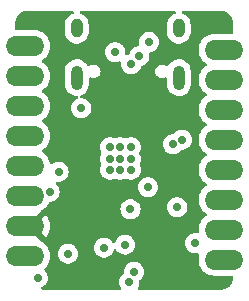
<source format=gbr>
%TF.GenerationSoftware,KiCad,Pcbnew,7.0.9*%
%TF.CreationDate,2024-03-17T18:44:57-07:00*%
%TF.ProjectId,ESP32S3_Board,45535033-3253-4335-9f42-6f6172642e6b,rev?*%
%TF.SameCoordinates,Original*%
%TF.FileFunction,Copper,L3,Inr*%
%TF.FilePolarity,Positive*%
%FSLAX46Y46*%
G04 Gerber Fmt 4.6, Leading zero omitted, Abs format (unit mm)*
G04 Created by KiCad (PCBNEW 7.0.9) date 2024-03-17 18:44:57*
%MOMM*%
%LPD*%
G01*
G04 APERTURE LIST*
%TA.AperFunction,ComponentPad*%
%ADD10O,1.000000X2.100000*%
%TD*%
%TA.AperFunction,ComponentPad*%
%ADD11O,1.000000X1.600000*%
%TD*%
%TA.AperFunction,ComponentPad*%
%ADD12O,2.400000X1.700000*%
%TD*%
%TA.AperFunction,ViaPad*%
%ADD13C,0.700000*%
%TD*%
G04 APERTURE END LIST*
D10*
%TO.N,GND*%
%TO.C,J1*%
X150370000Y-82378000D03*
D11*
X150370000Y-78198000D03*
D10*
X141730000Y-82378000D03*
D11*
X141730000Y-78198000D03*
%TD*%
D12*
%TO.N,/IO7*%
%TO.C,J2*%
X136930000Y-79710000D03*
X137780000Y-79710000D03*
%TO.N,/IO6*%
X136930000Y-82250000D03*
X137780000Y-82250000D03*
%TO.N,/IO5*%
X136930000Y-84790000D03*
X137780000Y-84790000D03*
%TO.N,/IO4*%
X136930000Y-87330000D03*
X137780000Y-87330000D03*
%TO.N,/IO3*%
X136930000Y-89870000D03*
X137780000Y-89870000D03*
%TO.N,/IO2*%
X136930000Y-92410000D03*
X137780000Y-92410000D03*
%TO.N,+3.3V*%
X136930000Y-94950000D03*
X137780000Y-94950000D03*
%TO.N,GND*%
X136930000Y-97490000D03*
X137780000Y-97490000D03*
%TD*%
%TO.N,/IO17*%
%TO.C,J3*%
X153740000Y-80010000D03*
X154590000Y-80010000D03*
%TO.N,/IO33*%
X153740000Y-82550000D03*
X154590000Y-82550000D03*
%TO.N,/IO34*%
X153740000Y-85090000D03*
X154590000Y-85090000D03*
%TO.N,/IO35*%
X153740000Y-87630000D03*
X154590000Y-87630000D03*
%TO.N,/IO36*%
X153740000Y-90170000D03*
X154590000Y-90170000D03*
%TO.N,/IO37*%
X153740000Y-92710000D03*
X154590000Y-92710000D03*
%TO.N,/IO38*%
X153740000Y-95250000D03*
X154590000Y-95250000D03*
%TO.N,/IO45*%
X153740000Y-97790000D03*
X154590000Y-97790000D03*
%TD*%
D13*
%TO.N,Net-(J1-CC1)*%
X147828756Y-79365519D03*
%TO.N,/RESET*%
X139428929Y-92044028D03*
%TO.N,/BOOT*%
X147740965Y-91656048D03*
%TO.N,+3.3V*%
X150876000Y-95504000D03*
X145542000Y-97663000D03*
X142876042Y-87504042D03*
X151384000Y-93599000D03*
%TO.N,/USB_D-*%
X146349124Y-81234876D03*
%TO.N,/USB_D+*%
X147020876Y-80563124D03*
%TO.N,GND*%
X146304000Y-89281000D03*
X146268666Y-93531762D03*
X149860000Y-88011000D03*
X144526000Y-88265000D03*
X146304000Y-90170000D03*
X150241000Y-93345000D03*
X144526000Y-89281000D03*
X151765000Y-96393000D03*
X146558000Y-98806000D03*
X146304000Y-88265000D03*
X145415000Y-90170000D03*
X140187680Y-90332578D03*
X138430000Y-99314000D03*
X146177000Y-99695000D03*
X142113000Y-84963000D03*
X145415000Y-89281000D03*
X145415000Y-88265000D03*
X144526000Y-90170000D03*
X144018000Y-96774000D03*
%TO.N,/IO21*%
X150657500Y-87630000D03*
%TO.N,Net-(J1-CC2)*%
X144991089Y-80221089D03*
%TO.N,Net-(C10-Pad2)*%
X145796000Y-96520000D03*
%TO.N,Net-(AE1-ANT)*%
X140970000Y-97282000D03*
%TD*%
%TA.AperFunction,Conductor*%
%TO.N,+3.3V*%
G36*
X141436190Y-76728185D02*
G01*
X141481945Y-76780989D01*
X141491889Y-76850147D01*
X141462864Y-76913703D01*
X141412217Y-76948781D01*
X141287118Y-76995111D01*
X141287111Y-76995115D01*
X141114432Y-77102745D01*
X141114427Y-77102749D01*
X140966949Y-77242938D01*
X140966948Y-77242940D01*
X140850705Y-77409949D01*
X140770459Y-77596943D01*
X140729500Y-77796258D01*
X140729500Y-78548743D01*
X140744925Y-78700439D01*
X140805837Y-78894579D01*
X140805844Y-78894594D01*
X140904589Y-79072499D01*
X140904592Y-79072504D01*
X141037132Y-79226893D01*
X141037134Y-79226895D01*
X141198037Y-79351445D01*
X141198038Y-79351445D01*
X141198042Y-79351448D01*
X141380729Y-79441060D01*
X141577715Y-79492063D01*
X141780936Y-79502369D01*
X141982071Y-79471556D01*
X142172887Y-79400886D01*
X142345571Y-79293252D01*
X142493053Y-79153059D01*
X142609295Y-78986049D01*
X142689540Y-78799058D01*
X142730500Y-78599741D01*
X142730500Y-77847258D01*
X142716615Y-77710710D01*
X142715074Y-77695560D01*
X142654162Y-77501420D01*
X142654160Y-77501416D01*
X142654159Y-77501412D01*
X142555409Y-77323498D01*
X142555408Y-77323497D01*
X142555407Y-77323495D01*
X142422867Y-77169106D01*
X142422865Y-77169104D01*
X142261962Y-77044554D01*
X142261959Y-77044553D01*
X142261958Y-77044552D01*
X142079271Y-76954940D01*
X142079268Y-76954939D01*
X142070006Y-76952541D01*
X142010041Y-76916681D01*
X141978983Y-76854094D01*
X141986692Y-76784651D01*
X142030721Y-76730400D01*
X142097091Y-76708564D01*
X142101088Y-76708500D01*
X150009151Y-76708500D01*
X150076190Y-76728185D01*
X150121945Y-76780989D01*
X150131889Y-76850147D01*
X150102864Y-76913703D01*
X150052217Y-76948781D01*
X149927118Y-76995111D01*
X149927111Y-76995115D01*
X149754432Y-77102745D01*
X149754427Y-77102749D01*
X149606949Y-77242938D01*
X149606948Y-77242940D01*
X149490705Y-77409949D01*
X149410459Y-77596943D01*
X149369500Y-77796258D01*
X149369500Y-78548743D01*
X149384925Y-78700439D01*
X149445837Y-78894579D01*
X149445844Y-78894594D01*
X149544589Y-79072499D01*
X149544592Y-79072504D01*
X149677132Y-79226893D01*
X149677134Y-79226895D01*
X149838037Y-79351445D01*
X149838038Y-79351445D01*
X149838042Y-79351448D01*
X150020729Y-79441060D01*
X150217715Y-79492063D01*
X150420936Y-79502369D01*
X150622071Y-79471556D01*
X150812887Y-79400886D01*
X150985571Y-79293252D01*
X151133053Y-79153059D01*
X151249295Y-78986049D01*
X151329540Y-78799058D01*
X151370500Y-78599741D01*
X151370500Y-77847258D01*
X151356615Y-77710710D01*
X151355074Y-77695560D01*
X151294162Y-77501420D01*
X151294160Y-77501416D01*
X151294159Y-77501412D01*
X151195409Y-77323498D01*
X151195408Y-77323497D01*
X151195407Y-77323495D01*
X151062867Y-77169106D01*
X151062865Y-77169104D01*
X150901962Y-77044554D01*
X150901959Y-77044553D01*
X150901958Y-77044552D01*
X150719271Y-76954940D01*
X150719268Y-76954939D01*
X150710006Y-76952541D01*
X150650041Y-76916681D01*
X150618983Y-76854094D01*
X150626692Y-76784651D01*
X150670721Y-76730400D01*
X150737091Y-76708564D01*
X150741088Y-76708500D01*
X153937293Y-76708500D01*
X153942695Y-76708735D01*
X153985519Y-76712482D01*
X154111771Y-76724918D01*
X154131685Y-76728541D01*
X154198349Y-76746403D01*
X154291570Y-76774682D01*
X154307971Y-76780958D01*
X154308848Y-76781367D01*
X154375411Y-76812406D01*
X154378375Y-76813888D01*
X154415969Y-76833982D01*
X154462327Y-76858762D01*
X154468667Y-76862657D01*
X154534828Y-76908983D01*
X154538600Y-76911844D01*
X154610808Y-76971103D01*
X154615309Y-76975182D01*
X154672815Y-77032688D01*
X154676895Y-77037190D01*
X154736154Y-77109398D01*
X154739015Y-77113170D01*
X154785341Y-77179331D01*
X154789236Y-77185671D01*
X154834101Y-77269605D01*
X154835614Y-77272631D01*
X154867040Y-77340027D01*
X154873319Y-77356435D01*
X154901601Y-77449669D01*
X154919454Y-77516299D01*
X154923082Y-77536238D01*
X154935523Y-77662554D01*
X154939264Y-77705302D01*
X154939500Y-77710710D01*
X154939500Y-78535500D01*
X154919815Y-78602539D01*
X154867011Y-78648294D01*
X154815500Y-78659500D01*
X154181028Y-78659500D01*
X154175784Y-78659958D01*
X154154216Y-78659958D01*
X154148972Y-78659500D01*
X154148966Y-78659500D01*
X153331034Y-78659500D01*
X153154596Y-78674936D01*
X153154586Y-78674938D01*
X152926344Y-78736094D01*
X152926335Y-78736098D01*
X152712171Y-78835964D01*
X152712169Y-78835965D01*
X152518597Y-78971505D01*
X152351506Y-79138597D01*
X152351501Y-79138604D01*
X152215967Y-79332165D01*
X152215965Y-79332169D01*
X152116098Y-79546335D01*
X152116094Y-79546344D01*
X152054938Y-79774586D01*
X152054936Y-79774596D01*
X152034341Y-80009999D01*
X152034341Y-80010000D01*
X152054936Y-80245403D01*
X152054938Y-80245413D01*
X152116094Y-80473655D01*
X152116096Y-80473659D01*
X152116097Y-80473663D01*
X152160518Y-80568924D01*
X152215964Y-80687828D01*
X152215965Y-80687830D01*
X152351505Y-80881402D01*
X152518597Y-81048494D01*
X152704158Y-81178425D01*
X152747783Y-81233002D01*
X152754977Y-81302500D01*
X152723454Y-81364855D01*
X152704158Y-81381575D01*
X152518597Y-81511505D01*
X152351506Y-81678597D01*
X152351501Y-81678604D01*
X152215967Y-81872165D01*
X152215965Y-81872169D01*
X152116098Y-82086335D01*
X152116094Y-82086344D01*
X152054938Y-82314586D01*
X152054936Y-82314596D01*
X152034341Y-82549999D01*
X152034341Y-82550000D01*
X152054936Y-82785403D01*
X152054938Y-82785413D01*
X152116094Y-83013655D01*
X152116096Y-83013659D01*
X152116097Y-83013663D01*
X152166031Y-83120746D01*
X152215964Y-83227828D01*
X152215965Y-83227830D01*
X152351505Y-83421402D01*
X152518597Y-83588494D01*
X152704158Y-83718425D01*
X152747783Y-83773002D01*
X152754977Y-83842500D01*
X152723454Y-83904855D01*
X152704158Y-83921575D01*
X152518597Y-84051505D01*
X152351506Y-84218597D01*
X152351501Y-84218604D01*
X152215967Y-84412165D01*
X152215965Y-84412169D01*
X152116098Y-84626335D01*
X152116094Y-84626344D01*
X152054938Y-84854586D01*
X152054936Y-84854596D01*
X152034341Y-85089999D01*
X152034341Y-85090000D01*
X152054936Y-85325403D01*
X152054938Y-85325413D01*
X152116094Y-85553655D01*
X152116096Y-85553659D01*
X152116097Y-85553663D01*
X152137015Y-85598521D01*
X152215964Y-85767828D01*
X152215965Y-85767830D01*
X152351505Y-85961402D01*
X152518597Y-86128494D01*
X152704158Y-86258425D01*
X152747783Y-86313002D01*
X152754977Y-86382500D01*
X152723454Y-86444855D01*
X152704158Y-86461575D01*
X152518597Y-86591505D01*
X152351506Y-86758597D01*
X152351501Y-86758604D01*
X152215967Y-86952165D01*
X152215965Y-86952169D01*
X152116098Y-87166335D01*
X152116094Y-87166344D01*
X152054938Y-87394586D01*
X152054936Y-87394596D01*
X152034341Y-87629999D01*
X152034341Y-87630000D01*
X152054936Y-87865403D01*
X152054938Y-87865413D01*
X152116094Y-88093655D01*
X152116096Y-88093659D01*
X152116097Y-88093663D01*
X152134283Y-88132663D01*
X152215964Y-88307828D01*
X152215965Y-88307830D01*
X152351505Y-88501402D01*
X152518597Y-88668494D01*
X152704158Y-88798425D01*
X152747783Y-88853002D01*
X152754977Y-88922500D01*
X152723454Y-88984855D01*
X152704158Y-89001575D01*
X152518597Y-89131505D01*
X152351506Y-89298597D01*
X152351501Y-89298604D01*
X152215967Y-89492165D01*
X152215965Y-89492169D01*
X152116098Y-89706335D01*
X152116094Y-89706344D01*
X152054938Y-89934586D01*
X152054936Y-89934596D01*
X152034341Y-90169999D01*
X152034341Y-90170000D01*
X152054936Y-90405403D01*
X152054938Y-90405413D01*
X152116094Y-90633655D01*
X152116096Y-90633659D01*
X152116097Y-90633663D01*
X152145241Y-90696161D01*
X152215964Y-90847828D01*
X152215965Y-90847830D01*
X152351505Y-91041402D01*
X152518597Y-91208494D01*
X152704158Y-91338425D01*
X152747783Y-91393002D01*
X152754977Y-91462500D01*
X152723454Y-91524855D01*
X152704158Y-91541575D01*
X152518597Y-91671505D01*
X152351506Y-91838597D01*
X152351501Y-91838604D01*
X152215967Y-92032165D01*
X152215965Y-92032169D01*
X152116098Y-92246335D01*
X152116094Y-92246344D01*
X152054938Y-92474586D01*
X152054936Y-92474596D01*
X152034341Y-92709999D01*
X152034341Y-92710000D01*
X152054936Y-92945403D01*
X152054938Y-92945413D01*
X152116094Y-93173655D01*
X152116096Y-93173659D01*
X152116097Y-93173663D01*
X152120886Y-93183932D01*
X152215964Y-93387828D01*
X152215965Y-93387830D01*
X152351505Y-93581402D01*
X152518597Y-93748494D01*
X152704158Y-93878425D01*
X152747783Y-93933002D01*
X152754977Y-94002500D01*
X152723454Y-94064855D01*
X152704158Y-94081575D01*
X152518597Y-94211505D01*
X152351506Y-94378597D01*
X152351501Y-94378604D01*
X152215967Y-94572165D01*
X152215965Y-94572169D01*
X152116098Y-94786335D01*
X152116094Y-94786344D01*
X152054938Y-95014586D01*
X152054936Y-95014596D01*
X152034341Y-95249999D01*
X152034341Y-95250001D01*
X152049221Y-95420079D01*
X152035454Y-95488579D01*
X151986839Y-95538762D01*
X151918811Y-95554695D01*
X151899914Y-95552176D01*
X151854391Y-95542500D01*
X151675609Y-95542500D01*
X151644954Y-95549015D01*
X151500733Y-95579670D01*
X151500728Y-95579672D01*
X151337408Y-95652387D01*
X151192768Y-95757475D01*
X151073140Y-95890336D01*
X150983750Y-96045164D01*
X150983747Y-96045170D01*
X150928504Y-96215192D01*
X150928503Y-96215194D01*
X150909815Y-96393000D01*
X150928503Y-96570805D01*
X150928504Y-96570807D01*
X150983747Y-96740829D01*
X150983750Y-96740835D01*
X151073141Y-96895665D01*
X151093791Y-96918599D01*
X151192764Y-97028521D01*
X151192767Y-97028523D01*
X151192770Y-97028526D01*
X151337407Y-97133612D01*
X151500733Y-97206329D01*
X151675609Y-97243500D01*
X151675610Y-97243500D01*
X151854389Y-97243500D01*
X151854391Y-97243500D01*
X151957511Y-97221581D01*
X152027178Y-97226897D01*
X152082912Y-97269034D01*
X152107017Y-97334614D01*
X152103067Y-97374964D01*
X152054938Y-97554586D01*
X152054936Y-97554596D01*
X152034341Y-97789999D01*
X152034341Y-97790000D01*
X152054936Y-98025403D01*
X152054938Y-98025413D01*
X152116094Y-98253655D01*
X152116096Y-98253659D01*
X152116097Y-98253663D01*
X152139260Y-98303335D01*
X152215964Y-98467828D01*
X152215965Y-98467830D01*
X152351505Y-98661402D01*
X152518597Y-98828494D01*
X152712169Y-98964034D01*
X152712171Y-98964035D01*
X152926337Y-99063903D01*
X153154592Y-99125063D01*
X153331034Y-99140500D01*
X154148960Y-99140500D01*
X154148966Y-99140500D01*
X154154189Y-99140043D01*
X154175811Y-99140043D01*
X154181034Y-99140500D01*
X154815500Y-99140500D01*
X154882539Y-99160185D01*
X154928294Y-99212989D01*
X154939500Y-99264500D01*
X154939500Y-99327289D01*
X154939264Y-99332697D01*
X154935523Y-99375445D01*
X154923082Y-99501760D01*
X154919454Y-99521699D01*
X154901601Y-99588330D01*
X154873318Y-99681563D01*
X154867040Y-99697971D01*
X154835614Y-99765367D01*
X154834101Y-99768393D01*
X154789236Y-99852327D01*
X154785341Y-99858667D01*
X154739015Y-99924828D01*
X154736154Y-99928600D01*
X154676895Y-100000808D01*
X154672806Y-100005320D01*
X154615320Y-100062806D01*
X154610808Y-100066895D01*
X154538600Y-100126154D01*
X154534828Y-100129015D01*
X154468667Y-100175341D01*
X154462327Y-100179236D01*
X154378393Y-100224101D01*
X154375367Y-100225614D01*
X154307971Y-100257040D01*
X154291563Y-100263318D01*
X154198330Y-100291601D01*
X154131699Y-100309454D01*
X154111760Y-100313082D01*
X153985445Y-100325523D01*
X153944789Y-100329080D01*
X153942696Y-100329264D01*
X153937290Y-100329500D01*
X147007518Y-100329500D01*
X146940479Y-100309815D01*
X146894724Y-100257011D01*
X146884780Y-100187853D01*
X146900131Y-100143500D01*
X146958250Y-100042835D01*
X147013497Y-99872803D01*
X147032185Y-99695000D01*
X147021872Y-99596885D01*
X147034441Y-99528158D01*
X147072307Y-99483608D01*
X147130230Y-99441526D01*
X147249859Y-99308665D01*
X147339250Y-99153835D01*
X147394497Y-98983803D01*
X147413185Y-98806000D01*
X147394497Y-98628197D01*
X147358013Y-98515910D01*
X147339252Y-98458170D01*
X147339249Y-98458164D01*
X147283380Y-98361396D01*
X147249859Y-98303335D01*
X147203003Y-98251296D01*
X147130235Y-98170478D01*
X147130232Y-98170476D01*
X147130231Y-98170475D01*
X147130230Y-98170474D01*
X146985593Y-98065388D01*
X146822267Y-97992671D01*
X146822265Y-97992670D01*
X146694594Y-97965533D01*
X146647391Y-97955500D01*
X146468609Y-97955500D01*
X146437954Y-97962015D01*
X146293733Y-97992670D01*
X146293728Y-97992672D01*
X146130408Y-98065387D01*
X145985768Y-98170475D01*
X145866140Y-98303336D01*
X145776750Y-98458164D01*
X145776747Y-98458170D01*
X145721504Y-98628192D01*
X145721503Y-98628194D01*
X145702815Y-98806000D01*
X145713126Y-98904112D01*
X145700556Y-98972842D01*
X145662693Y-99017388D01*
X145604771Y-99059472D01*
X145604764Y-99059478D01*
X145485140Y-99192336D01*
X145395750Y-99347164D01*
X145395747Y-99347170D01*
X145340504Y-99517192D01*
X145340503Y-99517194D01*
X145321815Y-99695000D01*
X145340503Y-99872805D01*
X145340504Y-99872807D01*
X145395747Y-100042829D01*
X145395750Y-100042835D01*
X145450387Y-100137470D01*
X145453869Y-100143500D01*
X145470342Y-100211400D01*
X145447489Y-100277427D01*
X145392568Y-100320618D01*
X145346482Y-100329500D01*
X138823557Y-100329500D01*
X138756518Y-100309815D01*
X138710763Y-100257011D01*
X138700819Y-100187853D01*
X138729844Y-100124297D01*
X138773119Y-100092221D01*
X138857593Y-100054612D01*
X139002230Y-99949526D01*
X139121859Y-99816665D01*
X139211250Y-99661835D01*
X139266497Y-99491803D01*
X139285185Y-99314000D01*
X139266497Y-99136197D01*
X139238873Y-99051181D01*
X139211252Y-98966170D01*
X139211249Y-98966164D01*
X139121859Y-98811335D01*
X139058881Y-98741391D01*
X139009515Y-98686564D01*
X138979285Y-98623572D01*
X138987910Y-98554237D01*
X139013979Y-98515916D01*
X139168495Y-98361401D01*
X139304035Y-98167830D01*
X139403903Y-97953663D01*
X139465063Y-97725408D01*
X139485659Y-97490000D01*
X139467461Y-97282000D01*
X140114815Y-97282000D01*
X140133503Y-97459805D01*
X140133504Y-97459807D01*
X140188747Y-97629829D01*
X140188750Y-97629835D01*
X140278141Y-97784665D01*
X140282944Y-97789999D01*
X140397764Y-97917521D01*
X140397767Y-97917523D01*
X140397770Y-97917526D01*
X140542407Y-98022612D01*
X140705733Y-98095329D01*
X140880609Y-98132500D01*
X140880610Y-98132500D01*
X141059389Y-98132500D01*
X141059391Y-98132500D01*
X141234267Y-98095329D01*
X141397593Y-98022612D01*
X141542230Y-97917526D01*
X141661859Y-97784665D01*
X141751250Y-97629835D01*
X141806497Y-97459803D01*
X141825185Y-97282000D01*
X141806497Y-97104197D01*
X141759522Y-96959623D01*
X141751252Y-96934170D01*
X141751249Y-96934164D01*
X141661859Y-96779335D01*
X141657055Y-96774000D01*
X143162815Y-96774000D01*
X143181503Y-96951805D01*
X143181504Y-96951807D01*
X143236747Y-97121829D01*
X143236750Y-97121835D01*
X143326141Y-97276665D01*
X143330945Y-97282000D01*
X143445764Y-97409521D01*
X143445767Y-97409523D01*
X143445770Y-97409526D01*
X143590407Y-97514612D01*
X143753733Y-97587329D01*
X143928609Y-97624500D01*
X143928610Y-97624500D01*
X144107389Y-97624500D01*
X144107391Y-97624500D01*
X144282267Y-97587329D01*
X144445593Y-97514612D01*
X144590230Y-97409526D01*
X144709859Y-97276665D01*
X144799250Y-97121835D01*
X144843600Y-96985337D01*
X144883037Y-96927664D01*
X144947396Y-96900465D01*
X145016242Y-96912379D01*
X145067718Y-96959623D01*
X145068918Y-96961657D01*
X145104141Y-97022665D01*
X145145812Y-97068946D01*
X145223764Y-97155521D01*
X145223767Y-97155523D01*
X145223770Y-97155526D01*
X145368407Y-97260612D01*
X145531733Y-97333329D01*
X145706609Y-97370500D01*
X145706610Y-97370500D01*
X145885389Y-97370500D01*
X145885391Y-97370500D01*
X146060267Y-97333329D01*
X146223593Y-97260612D01*
X146368230Y-97155526D01*
X146487859Y-97022665D01*
X146577250Y-96867835D01*
X146632497Y-96697803D01*
X146651185Y-96520000D01*
X146632497Y-96342197D01*
X146599067Y-96239309D01*
X146577252Y-96172170D01*
X146577249Y-96172164D01*
X146559200Y-96140902D01*
X146487859Y-96017335D01*
X146436838Y-95960671D01*
X146368235Y-95884478D01*
X146368232Y-95884476D01*
X146368231Y-95884475D01*
X146368230Y-95884474D01*
X146223593Y-95779388D01*
X146060267Y-95706671D01*
X146060265Y-95706670D01*
X145932594Y-95679533D01*
X145885391Y-95669500D01*
X145706609Y-95669500D01*
X145675954Y-95676015D01*
X145531733Y-95706670D01*
X145531728Y-95706672D01*
X145368408Y-95779387D01*
X145223768Y-95884475D01*
X145104140Y-96017336D01*
X145014750Y-96172164D01*
X145014748Y-96172168D01*
X144970399Y-96308661D01*
X144930961Y-96366336D01*
X144866602Y-96393534D01*
X144797756Y-96381619D01*
X144746280Y-96334375D01*
X144745116Y-96332402D01*
X144709859Y-96271335D01*
X144681023Y-96239309D01*
X144590235Y-96138478D01*
X144590232Y-96138476D01*
X144590231Y-96138475D01*
X144590230Y-96138474D01*
X144445593Y-96033388D01*
X144282267Y-95960671D01*
X144282265Y-95960670D01*
X144127762Y-95927830D01*
X144107391Y-95923500D01*
X143928609Y-95923500D01*
X143908238Y-95927830D01*
X143753733Y-95960670D01*
X143753728Y-95960672D01*
X143590408Y-96033387D01*
X143445768Y-96138475D01*
X143326140Y-96271336D01*
X143236750Y-96426164D01*
X143236747Y-96426170D01*
X143181504Y-96596192D01*
X143181503Y-96596194D01*
X143162815Y-96774000D01*
X141657055Y-96774000D01*
X141588449Y-96697805D01*
X141542235Y-96646478D01*
X141542232Y-96646476D01*
X141542231Y-96646475D01*
X141542230Y-96646474D01*
X141397593Y-96541388D01*
X141234267Y-96468671D01*
X141234265Y-96468670D01*
X141106594Y-96441533D01*
X141059391Y-96431500D01*
X140880609Y-96431500D01*
X140849954Y-96438015D01*
X140705733Y-96468670D01*
X140705728Y-96468672D01*
X140542408Y-96541387D01*
X140397768Y-96646475D01*
X140278140Y-96779336D01*
X140188750Y-96934164D01*
X140188747Y-96934170D01*
X140133504Y-97104192D01*
X140133503Y-97104194D01*
X140114815Y-97282000D01*
X139467461Y-97282000D01*
X139465063Y-97254592D01*
X139403903Y-97026337D01*
X139304035Y-96812171D01*
X139304034Y-96812169D01*
X139168494Y-96618597D01*
X139001402Y-96451505D01*
X138807831Y-96315966D01*
X138742459Y-96285482D01*
X138690020Y-96239309D01*
X138679761Y-96203315D01*
X137815688Y-95339242D01*
X137856900Y-95374952D01*
X137987685Y-95434680D01*
X138094237Y-95450000D01*
X138165763Y-95450000D01*
X138272315Y-95434680D01*
X138403100Y-95374952D01*
X138486359Y-95302807D01*
X139086369Y-95902817D01*
X139168110Y-95821076D01*
X139303600Y-95627578D01*
X139403429Y-95413492D01*
X139403433Y-95413483D01*
X139464567Y-95185326D01*
X139464569Y-95185315D01*
X139485157Y-94950001D01*
X139485157Y-94949998D01*
X139464569Y-94714684D01*
X139464567Y-94714673D01*
X139403433Y-94486516D01*
X139403429Y-94486507D01*
X139303600Y-94272422D01*
X139303599Y-94272420D01*
X139168113Y-94078926D01*
X139168108Y-94078920D01*
X139086370Y-93997182D01*
X139086369Y-93997182D01*
X138486359Y-94597191D01*
X138403100Y-94525048D01*
X138272315Y-94465320D01*
X138165763Y-94450000D01*
X138094237Y-94450000D01*
X137987685Y-94465320D01*
X137856900Y-94525048D01*
X137815695Y-94560751D01*
X138678363Y-93698081D01*
X138680492Y-93678994D01*
X138724547Y-93624764D01*
X138742443Y-93614524D01*
X138807829Y-93584035D01*
X138882483Y-93531762D01*
X145413481Y-93531762D01*
X145432169Y-93709567D01*
X145432170Y-93709569D01*
X145487413Y-93879591D01*
X145487416Y-93879597D01*
X145576807Y-94034427D01*
X145604205Y-94064855D01*
X145696430Y-94167283D01*
X145696433Y-94167285D01*
X145696436Y-94167288D01*
X145841073Y-94272374D01*
X146004399Y-94345091D01*
X146179275Y-94382262D01*
X146179276Y-94382262D01*
X146358055Y-94382262D01*
X146358057Y-94382262D01*
X146532933Y-94345091D01*
X146696259Y-94272374D01*
X146840896Y-94167288D01*
X146960525Y-94034427D01*
X147049916Y-93879597D01*
X147105163Y-93709565D01*
X147123851Y-93531762D01*
X147105163Y-93353959D01*
X147102252Y-93345000D01*
X149385815Y-93345000D01*
X149404503Y-93522805D01*
X149404504Y-93522807D01*
X149459747Y-93692829D01*
X149459750Y-93692835D01*
X149549141Y-93847665D01*
X149577893Y-93879597D01*
X149668764Y-93980521D01*
X149668767Y-93980523D01*
X149668770Y-93980526D01*
X149813407Y-94085612D01*
X149976733Y-94158329D01*
X150151609Y-94195500D01*
X150151610Y-94195500D01*
X150330389Y-94195500D01*
X150330391Y-94195500D01*
X150505267Y-94158329D01*
X150668593Y-94085612D01*
X150813230Y-93980526D01*
X150932859Y-93847665D01*
X151022250Y-93692835D01*
X151077497Y-93522803D01*
X151096185Y-93345000D01*
X151077497Y-93167197D01*
X151032626Y-93029098D01*
X151022252Y-92997170D01*
X151022249Y-92997164D01*
X150932859Y-92842335D01*
X150880908Y-92784638D01*
X150813235Y-92709478D01*
X150813232Y-92709476D01*
X150813231Y-92709475D01*
X150813230Y-92709474D01*
X150668593Y-92604388D01*
X150505267Y-92531671D01*
X150505265Y-92531670D01*
X150377594Y-92504533D01*
X150330391Y-92494500D01*
X150151609Y-92494500D01*
X150120954Y-92501015D01*
X149976733Y-92531670D01*
X149976728Y-92531672D01*
X149813408Y-92604387D01*
X149668768Y-92709475D01*
X149549140Y-92842336D01*
X149459750Y-92997164D01*
X149459747Y-92997170D01*
X149404504Y-93167192D01*
X149404503Y-93167194D01*
X149385815Y-93345000D01*
X147102252Y-93345000D01*
X147049916Y-93183927D01*
X146960525Y-93029097D01*
X146903823Y-92966123D01*
X146840901Y-92896240D01*
X146840898Y-92896238D01*
X146840897Y-92896237D01*
X146840896Y-92896236D01*
X146696259Y-92791150D01*
X146532933Y-92718433D01*
X146532931Y-92718432D01*
X146405260Y-92691295D01*
X146358057Y-92681262D01*
X146179275Y-92681262D01*
X146148620Y-92687777D01*
X146004399Y-92718432D01*
X146004394Y-92718434D01*
X145841074Y-92791149D01*
X145696434Y-92896237D01*
X145576806Y-93029098D01*
X145487416Y-93183926D01*
X145487413Y-93183932D01*
X145432170Y-93353954D01*
X145432169Y-93353956D01*
X145413481Y-93531762D01*
X138882483Y-93531762D01*
X139001401Y-93448495D01*
X139168495Y-93281401D01*
X139304035Y-93087830D01*
X139360788Y-92966123D01*
X139406960Y-92913684D01*
X139473170Y-92894528D01*
X139518318Y-92894528D01*
X139518320Y-92894528D01*
X139693196Y-92857357D01*
X139856522Y-92784640D01*
X140001159Y-92679554D01*
X140120788Y-92546693D01*
X140210179Y-92391863D01*
X140265426Y-92221831D01*
X140284114Y-92044028D01*
X140265426Y-91866225D01*
X140210179Y-91696193D01*
X140187001Y-91656048D01*
X146885780Y-91656048D01*
X146904468Y-91833853D01*
X146904469Y-91833855D01*
X146959712Y-92003877D01*
X146959715Y-92003883D01*
X147049106Y-92158713D01*
X147063404Y-92174592D01*
X147168729Y-92291569D01*
X147168732Y-92291571D01*
X147168735Y-92291574D01*
X147313372Y-92396660D01*
X147476698Y-92469377D01*
X147651574Y-92506548D01*
X147651575Y-92506548D01*
X147830354Y-92506548D01*
X147830356Y-92506548D01*
X148005232Y-92469377D01*
X148168558Y-92396660D01*
X148313195Y-92291574D01*
X148432824Y-92158713D01*
X148522215Y-92003883D01*
X148577462Y-91833851D01*
X148596150Y-91656048D01*
X148577462Y-91478245D01*
X148535220Y-91348237D01*
X148522217Y-91308218D01*
X148522214Y-91308212D01*
X148518241Y-91301330D01*
X148432824Y-91153383D01*
X148344371Y-91055146D01*
X148313200Y-91020526D01*
X148313197Y-91020524D01*
X148313196Y-91020523D01*
X148313195Y-91020522D01*
X148168558Y-90915436D01*
X148005232Y-90842719D01*
X148005230Y-90842718D01*
X147877559Y-90815581D01*
X147830356Y-90805548D01*
X147651574Y-90805548D01*
X147620919Y-90812063D01*
X147476698Y-90842718D01*
X147476693Y-90842720D01*
X147313373Y-90915435D01*
X147168733Y-91020523D01*
X147049105Y-91153384D01*
X146959715Y-91308212D01*
X146959712Y-91308218D01*
X146904469Y-91478240D01*
X146904468Y-91478242D01*
X146885780Y-91656048D01*
X140187001Y-91656048D01*
X140120788Y-91541363D01*
X140063956Y-91478245D01*
X140001164Y-91408506D01*
X140001159Y-91408502D01*
X139994368Y-91403568D01*
X139951703Y-91348237D01*
X139945725Y-91278624D01*
X139978332Y-91216829D01*
X140039172Y-91182473D01*
X140093034Y-91181961D01*
X140098289Y-91183078D01*
X140098293Y-91183078D01*
X140277069Y-91183078D01*
X140277071Y-91183078D01*
X140451947Y-91145907D01*
X140615273Y-91073190D01*
X140759910Y-90968104D01*
X140879539Y-90835243D01*
X140968930Y-90680413D01*
X140971448Y-90672665D01*
X140980952Y-90643413D01*
X141024177Y-90510381D01*
X141042865Y-90332578D01*
X141025777Y-90170000D01*
X143670815Y-90170000D01*
X143689503Y-90347805D01*
X143689504Y-90347807D01*
X143744747Y-90517829D01*
X143744750Y-90517835D01*
X143834141Y-90672665D01*
X143847083Y-90687038D01*
X143953764Y-90805521D01*
X143953767Y-90805523D01*
X143953770Y-90805526D01*
X144098407Y-90910612D01*
X144261733Y-90983329D01*
X144436609Y-91020500D01*
X144436610Y-91020500D01*
X144615389Y-91020500D01*
X144615391Y-91020500D01*
X144790267Y-90983329D01*
X144920067Y-90925538D01*
X144989314Y-90916254D01*
X145020929Y-90925537D01*
X145150733Y-90983329D01*
X145325609Y-91020500D01*
X145325610Y-91020500D01*
X145504389Y-91020500D01*
X145504391Y-91020500D01*
X145679267Y-90983329D01*
X145809067Y-90925538D01*
X145878314Y-90916254D01*
X145909929Y-90925537D01*
X146039733Y-90983329D01*
X146214609Y-91020500D01*
X146214610Y-91020500D01*
X146393389Y-91020500D01*
X146393391Y-91020500D01*
X146568267Y-90983329D01*
X146731593Y-90910612D01*
X146876230Y-90805526D01*
X146995859Y-90672665D01*
X147085250Y-90517835D01*
X147140497Y-90347803D01*
X147159185Y-90170000D01*
X147140497Y-89992197D01*
X147087768Y-89829914D01*
X147085252Y-89822170D01*
X147085250Y-89822166D01*
X147085250Y-89822165D01*
X147065235Y-89787498D01*
X147048762Y-89719602D01*
X147065234Y-89663502D01*
X147085250Y-89628835D01*
X147140497Y-89458803D01*
X147159185Y-89281000D01*
X147140497Y-89103197D01*
X147085250Y-88933165D01*
X147028573Y-88834998D01*
X147012101Y-88767100D01*
X147028573Y-88711001D01*
X147085250Y-88612835D01*
X147140497Y-88442803D01*
X147159185Y-88265000D01*
X147140497Y-88087197D01*
X147115739Y-88011000D01*
X149004815Y-88011000D01*
X149023503Y-88188805D01*
X149023504Y-88188807D01*
X149078747Y-88358829D01*
X149078750Y-88358835D01*
X149168141Y-88513665D01*
X149209812Y-88559946D01*
X149287764Y-88646521D01*
X149287767Y-88646523D01*
X149287770Y-88646526D01*
X149432407Y-88751612D01*
X149595733Y-88824329D01*
X149770609Y-88861500D01*
X149770610Y-88861500D01*
X149949389Y-88861500D01*
X149949391Y-88861500D01*
X150124267Y-88824329D01*
X150287593Y-88751612D01*
X150432230Y-88646526D01*
X150462569Y-88612832D01*
X150544779Y-88521528D01*
X150604265Y-88484879D01*
X150636929Y-88480500D01*
X150746889Y-88480500D01*
X150746891Y-88480500D01*
X150921767Y-88443329D01*
X151085093Y-88370612D01*
X151229730Y-88265526D01*
X151349359Y-88132665D01*
X151438750Y-87977835D01*
X151493997Y-87807803D01*
X151512685Y-87630000D01*
X151493997Y-87452197D01*
X151438750Y-87282165D01*
X151349359Y-87127335D01*
X151302503Y-87075296D01*
X151229735Y-86994478D01*
X151229732Y-86994476D01*
X151229731Y-86994475D01*
X151229730Y-86994474D01*
X151085093Y-86889388D01*
X150921767Y-86816671D01*
X150921765Y-86816670D01*
X150794094Y-86789533D01*
X150746891Y-86779500D01*
X150568109Y-86779500D01*
X150537454Y-86786015D01*
X150393233Y-86816670D01*
X150393228Y-86816672D01*
X150229908Y-86889387D01*
X150085268Y-86994475D01*
X149972721Y-87119472D01*
X149913234Y-87156121D01*
X149880571Y-87160500D01*
X149770609Y-87160500D01*
X149743148Y-87166337D01*
X149595733Y-87197670D01*
X149595728Y-87197672D01*
X149432408Y-87270387D01*
X149287768Y-87375475D01*
X149168140Y-87508336D01*
X149078750Y-87663164D01*
X149078747Y-87663170D01*
X149023504Y-87833192D01*
X149023503Y-87833194D01*
X149004815Y-88011000D01*
X147115739Y-88011000D01*
X147085250Y-87917165D01*
X146995859Y-87762335D01*
X146949003Y-87710296D01*
X146876235Y-87629478D01*
X146876232Y-87629476D01*
X146876231Y-87629475D01*
X146876230Y-87629474D01*
X146731593Y-87524388D01*
X146568267Y-87451671D01*
X146568265Y-87451670D01*
X146440594Y-87424533D01*
X146393391Y-87414500D01*
X146214609Y-87414500D01*
X146183954Y-87421015D01*
X146039733Y-87451670D01*
X146039732Y-87451670D01*
X145909934Y-87509460D01*
X145840683Y-87518744D01*
X145809064Y-87509460D01*
X145680448Y-87452197D01*
X145679267Y-87451671D01*
X145679265Y-87451670D01*
X145551594Y-87424533D01*
X145504391Y-87414500D01*
X145325609Y-87414500D01*
X145294954Y-87421015D01*
X145150733Y-87451670D01*
X145150732Y-87451670D01*
X145020934Y-87509460D01*
X144951683Y-87518744D01*
X144920064Y-87509460D01*
X144791448Y-87452197D01*
X144790267Y-87451671D01*
X144790265Y-87451670D01*
X144662594Y-87424533D01*
X144615391Y-87414500D01*
X144436609Y-87414500D01*
X144405954Y-87421015D01*
X144261733Y-87451670D01*
X144261728Y-87451672D01*
X144098408Y-87524387D01*
X143953768Y-87629475D01*
X143834140Y-87762336D01*
X143744750Y-87917164D01*
X143744747Y-87917170D01*
X143689504Y-88087192D01*
X143689503Y-88087194D01*
X143670815Y-88265000D01*
X143689503Y-88442805D01*
X143689504Y-88442807D01*
X143744747Y-88612829D01*
X143744749Y-88612832D01*
X143744750Y-88612835D01*
X143792745Y-88695965D01*
X143801426Y-88711001D01*
X143817898Y-88778901D01*
X143801425Y-88834999D01*
X143750908Y-88922500D01*
X143744749Y-88933167D01*
X143744747Y-88933170D01*
X143689504Y-89103192D01*
X143689503Y-89103194D01*
X143670815Y-89281000D01*
X143689503Y-89458805D01*
X143689504Y-89458807D01*
X143744750Y-89628836D01*
X143764763Y-89663500D01*
X143781236Y-89731401D01*
X143764763Y-89787500D01*
X143744750Y-89822163D01*
X143689504Y-89992192D01*
X143689503Y-89992194D01*
X143670815Y-90170000D01*
X141025777Y-90170000D01*
X141024177Y-90154775D01*
X140971351Y-89992194D01*
X140968932Y-89984748D01*
X140968929Y-89984742D01*
X140879539Y-89829913D01*
X140832683Y-89777874D01*
X140759915Y-89697056D01*
X140759912Y-89697054D01*
X140759911Y-89697053D01*
X140759910Y-89697052D01*
X140615273Y-89591966D01*
X140451947Y-89519249D01*
X140451945Y-89519248D01*
X140324274Y-89492111D01*
X140277071Y-89482078D01*
X140098289Y-89482078D01*
X140067634Y-89488593D01*
X139923413Y-89519248D01*
X139923408Y-89519250D01*
X139760088Y-89591966D01*
X139760083Y-89591968D01*
X139649541Y-89672282D01*
X139583735Y-89695762D01*
X139515681Y-89679936D01*
X139466986Y-89629830D01*
X139456881Y-89604057D01*
X139453641Y-89591966D01*
X139403903Y-89406337D01*
X139304035Y-89192171D01*
X139304034Y-89192169D01*
X139168494Y-88998597D01*
X139001403Y-88831506D01*
X138917847Y-88773000D01*
X138815838Y-88701573D01*
X138772215Y-88646999D01*
X138765021Y-88577500D01*
X138796543Y-88515145D01*
X138815836Y-88498428D01*
X139001401Y-88368495D01*
X139168495Y-88201401D01*
X139304035Y-88007830D01*
X139403903Y-87793663D01*
X139465063Y-87565408D01*
X139485659Y-87330000D01*
X139465063Y-87094592D01*
X139403903Y-86866337D01*
X139304035Y-86652171D01*
X139304034Y-86652169D01*
X139168494Y-86458597D01*
X139001403Y-86291506D01*
X138931410Y-86242497D01*
X138815838Y-86161573D01*
X138772215Y-86106999D01*
X138765021Y-86037500D01*
X138796543Y-85975145D01*
X138815836Y-85958428D01*
X139001401Y-85828495D01*
X139168495Y-85661401D01*
X139304035Y-85467830D01*
X139403903Y-85253663D01*
X139465063Y-85025408D01*
X139485659Y-84790000D01*
X139465063Y-84554592D01*
X139403903Y-84326337D01*
X139304035Y-84112171D01*
X139304034Y-84112169D01*
X139168494Y-83918597D01*
X139001403Y-83751506D01*
X138866280Y-83656893D01*
X138815838Y-83621573D01*
X138772215Y-83566999D01*
X138765021Y-83497500D01*
X138796543Y-83435145D01*
X138815836Y-83418428D01*
X139001401Y-83288495D01*
X139168495Y-83121401D01*
X139268385Y-82978743D01*
X140729500Y-82978743D01*
X140744925Y-83130439D01*
X140805837Y-83324579D01*
X140805844Y-83324594D01*
X140904589Y-83502499D01*
X140904592Y-83502504D01*
X141037132Y-83656893D01*
X141037134Y-83656895D01*
X141198037Y-83781445D01*
X141198038Y-83781445D01*
X141198042Y-83781448D01*
X141380729Y-83871060D01*
X141577715Y-83922063D01*
X141762201Y-83931418D01*
X141828156Y-83954473D01*
X141871177Y-84009526D01*
X141877606Y-84079100D01*
X141845399Y-84141104D01*
X141806355Y-84168538D01*
X141685408Y-84222387D01*
X141540768Y-84327475D01*
X141421140Y-84460336D01*
X141331750Y-84615164D01*
X141331747Y-84615170D01*
X141276504Y-84785192D01*
X141276503Y-84785194D01*
X141257815Y-84963000D01*
X141276503Y-85140805D01*
X141276504Y-85140807D01*
X141331747Y-85310829D01*
X141331750Y-85310835D01*
X141421141Y-85465665D01*
X141462812Y-85511946D01*
X141540764Y-85598521D01*
X141540767Y-85598523D01*
X141540770Y-85598526D01*
X141685407Y-85703612D01*
X141848733Y-85776329D01*
X142023609Y-85813500D01*
X142023610Y-85813500D01*
X142202389Y-85813500D01*
X142202391Y-85813500D01*
X142377267Y-85776329D01*
X142540593Y-85703612D01*
X142685230Y-85598526D01*
X142804859Y-85465665D01*
X142894250Y-85310835D01*
X142949497Y-85140803D01*
X142968185Y-84963000D01*
X142949497Y-84785197D01*
X142921873Y-84700181D01*
X142894252Y-84615170D01*
X142894249Y-84615164D01*
X142804859Y-84460335D01*
X142758003Y-84408296D01*
X142685235Y-84327478D01*
X142685232Y-84327476D01*
X142685231Y-84327475D01*
X142685230Y-84327474D01*
X142540593Y-84222388D01*
X142377267Y-84149671D01*
X142377265Y-84149670D01*
X142249594Y-84122533D01*
X142202391Y-84112500D01*
X142104350Y-84112500D01*
X142037311Y-84092815D01*
X141991556Y-84040011D01*
X141981612Y-83970853D01*
X142010637Y-83907297D01*
X142061284Y-83872219D01*
X142141528Y-83842500D01*
X142172887Y-83830886D01*
X142345571Y-83723252D01*
X142493053Y-83583059D01*
X142609295Y-83416049D01*
X142689540Y-83229058D01*
X142730500Y-83029741D01*
X142730500Y-82478591D01*
X142750185Y-82411552D01*
X142802989Y-82365797D01*
X142872147Y-82355853D01*
X142901953Y-82364030D01*
X143009764Y-82408687D01*
X143122280Y-82423500D01*
X143122287Y-82423500D01*
X143197713Y-82423500D01*
X143197720Y-82423500D01*
X143310236Y-82408687D01*
X143450233Y-82350698D01*
X143570451Y-82258451D01*
X143662698Y-82138233D01*
X143720687Y-81998236D01*
X143740466Y-81848000D01*
X143720687Y-81697764D01*
X143662698Y-81557767D01*
X143570451Y-81437549D01*
X143450233Y-81345302D01*
X143450229Y-81345300D01*
X143349884Y-81303736D01*
X143310236Y-81287313D01*
X143296171Y-81285461D01*
X143197727Y-81272500D01*
X143197720Y-81272500D01*
X143122280Y-81272500D01*
X143122272Y-81272500D01*
X143009764Y-81287313D01*
X143009763Y-81287313D01*
X142869769Y-81345300D01*
X142869766Y-81345302D01*
X142799145Y-81399492D01*
X142733976Y-81424686D01*
X142665531Y-81410648D01*
X142615542Y-81361834D01*
X142615240Y-81361293D01*
X142555410Y-81253500D01*
X142555407Y-81253495D01*
X142422867Y-81099106D01*
X142422865Y-81099104D01*
X142261962Y-80974554D01*
X142261959Y-80974553D01*
X142261958Y-80974552D01*
X142079271Y-80884940D01*
X141882285Y-80833937D01*
X141882287Y-80833937D01*
X141746804Y-80827066D01*
X141679064Y-80823631D01*
X141679063Y-80823631D01*
X141679061Y-80823631D01*
X141477936Y-80854442D01*
X141477924Y-80854445D01*
X141287118Y-80925111D01*
X141287111Y-80925115D01*
X141114432Y-81032745D01*
X141114427Y-81032749D01*
X140966949Y-81172938D01*
X140966947Y-81172940D01*
X140966947Y-81172941D01*
X140949057Y-81198645D01*
X140850705Y-81339949D01*
X140770459Y-81526943D01*
X140729500Y-81726258D01*
X140729500Y-82978743D01*
X139268385Y-82978743D01*
X139304035Y-82927830D01*
X139403903Y-82713663D01*
X139465063Y-82485408D01*
X139485659Y-82250000D01*
X139465063Y-82014592D01*
X139403903Y-81786337D01*
X139304035Y-81572171D01*
X139304034Y-81572169D01*
X139168494Y-81378597D01*
X139001403Y-81211506D01*
X138880336Y-81126735D01*
X138815838Y-81081573D01*
X138772215Y-81026999D01*
X138765021Y-80957500D01*
X138796543Y-80895145D01*
X138815836Y-80878428D01*
X139001401Y-80748495D01*
X139168495Y-80581401D01*
X139304035Y-80387830D01*
X139381788Y-80221089D01*
X144135904Y-80221089D01*
X144154592Y-80398894D01*
X144154593Y-80398896D01*
X144209836Y-80568918D01*
X144209839Y-80568924D01*
X144299230Y-80723754D01*
X144321507Y-80748495D01*
X144418853Y-80856610D01*
X144418856Y-80856612D01*
X144418859Y-80856615D01*
X144563496Y-80961701D01*
X144726822Y-81034418D01*
X144901698Y-81071589D01*
X144901699Y-81071589D01*
X145080478Y-81071589D01*
X145080480Y-81071589D01*
X145255356Y-81034418D01*
X145331549Y-81000494D01*
X145400798Y-80991210D01*
X145464075Y-81020838D01*
X145501288Y-81079973D01*
X145505305Y-81126735D01*
X145496395Y-81211505D01*
X145493939Y-81234876D01*
X145498682Y-81280000D01*
X145512627Y-81412681D01*
X145512628Y-81412683D01*
X145567871Y-81582705D01*
X145567874Y-81582711D01*
X145657265Y-81737541D01*
X145698936Y-81783822D01*
X145776888Y-81870397D01*
X145776891Y-81870399D01*
X145776894Y-81870402D01*
X145921531Y-81975488D01*
X146084857Y-82048205D01*
X146259733Y-82085376D01*
X146259734Y-82085376D01*
X146438513Y-82085376D01*
X146438515Y-82085376D01*
X146613391Y-82048205D01*
X146776717Y-81975488D01*
X146921354Y-81870402D01*
X146941525Y-81848000D01*
X148359534Y-81848000D01*
X148379312Y-81998234D01*
X148379313Y-81998236D01*
X148437302Y-82138233D01*
X148529549Y-82258451D01*
X148649767Y-82350698D01*
X148789764Y-82408687D01*
X148902280Y-82423500D01*
X148902287Y-82423500D01*
X148977713Y-82423500D01*
X148977720Y-82423500D01*
X149090236Y-82408687D01*
X149198047Y-82364030D01*
X149267517Y-82356561D01*
X149329996Y-82387836D01*
X149365648Y-82447925D01*
X149369500Y-82478591D01*
X149369500Y-82978743D01*
X149384925Y-83130439D01*
X149445837Y-83324579D01*
X149445844Y-83324594D01*
X149544589Y-83502499D01*
X149544592Y-83502504D01*
X149677132Y-83656893D01*
X149677134Y-83656895D01*
X149838037Y-83781445D01*
X149838038Y-83781445D01*
X149838042Y-83781448D01*
X150020729Y-83871060D01*
X150217715Y-83922063D01*
X150420936Y-83932369D01*
X150622071Y-83901556D01*
X150812887Y-83830886D01*
X150985571Y-83723252D01*
X151133053Y-83583059D01*
X151249295Y-83416049D01*
X151329540Y-83229058D01*
X151370500Y-83029741D01*
X151370500Y-81777258D01*
X151362417Y-81697765D01*
X151355074Y-81625560D01*
X151294162Y-81431420D01*
X151294160Y-81431416D01*
X151294159Y-81431412D01*
X151195409Y-81253498D01*
X151195408Y-81253497D01*
X151195407Y-81253495D01*
X151062867Y-81099106D01*
X151062865Y-81099104D01*
X150901962Y-80974554D01*
X150901959Y-80974553D01*
X150901958Y-80974552D01*
X150719271Y-80884940D01*
X150522285Y-80833937D01*
X150522287Y-80833937D01*
X150386804Y-80827066D01*
X150319064Y-80823631D01*
X150319063Y-80823631D01*
X150319061Y-80823631D01*
X150117936Y-80854442D01*
X150117924Y-80854445D01*
X149927118Y-80925111D01*
X149927111Y-80925115D01*
X149754432Y-81032745D01*
X149754427Y-81032749D01*
X149606949Y-81172938D01*
X149606947Y-81172940D01*
X149606947Y-81172941D01*
X149589057Y-81198645D01*
X149490703Y-81339953D01*
X149487349Y-81347769D01*
X149442818Y-81401609D01*
X149376248Y-81422828D01*
X149308775Y-81404688D01*
X149297914Y-81397236D01*
X149230234Y-81345302D01*
X149230230Y-81345300D01*
X149129884Y-81303736D01*
X149090236Y-81287313D01*
X149076171Y-81285461D01*
X148977727Y-81272500D01*
X148977720Y-81272500D01*
X148902280Y-81272500D01*
X148902272Y-81272500D01*
X148789764Y-81287313D01*
X148789763Y-81287313D01*
X148649770Y-81345300D01*
X148649767Y-81345301D01*
X148649767Y-81345302D01*
X148529549Y-81437549D01*
X148466462Y-81519766D01*
X148437300Y-81557770D01*
X148379313Y-81697763D01*
X148379312Y-81697765D01*
X148359534Y-81847999D01*
X148359534Y-81848000D01*
X146941525Y-81848000D01*
X147040983Y-81737541D01*
X147130374Y-81582711D01*
X147168759Y-81464574D01*
X147208195Y-81406900D01*
X147260909Y-81381603D01*
X147285143Y-81376453D01*
X147448469Y-81303736D01*
X147593106Y-81198650D01*
X147606266Y-81184035D01*
X147619024Y-81169865D01*
X147712735Y-81065789D01*
X147802126Y-80910959D01*
X147857373Y-80740927D01*
X147876061Y-80563124D01*
X147857373Y-80385321D01*
X147852399Y-80370015D01*
X147850403Y-80300175D01*
X147886483Y-80240342D01*
X147944543Y-80210408D01*
X148093023Y-80178848D01*
X148256349Y-80106131D01*
X148400986Y-80001045D01*
X148520615Y-79868184D01*
X148610006Y-79713354D01*
X148665253Y-79543322D01*
X148683941Y-79365519D01*
X148665253Y-79187716D01*
X148614713Y-79032170D01*
X148610008Y-79017689D01*
X148610005Y-79017683D01*
X148591742Y-78986050D01*
X148520615Y-78862854D01*
X148463171Y-78799056D01*
X148400991Y-78729997D01*
X148400988Y-78729995D01*
X148400987Y-78729994D01*
X148400986Y-78729993D01*
X148256349Y-78624907D01*
X148093023Y-78552190D01*
X148093021Y-78552189D01*
X147965350Y-78525052D01*
X147918147Y-78515019D01*
X147739365Y-78515019D01*
X147708710Y-78521534D01*
X147564489Y-78552189D01*
X147564484Y-78552191D01*
X147401164Y-78624906D01*
X147256524Y-78729994D01*
X147136896Y-78862855D01*
X147047506Y-79017683D01*
X147047503Y-79017689D01*
X146992260Y-79187711D01*
X146992259Y-79187713D01*
X146973571Y-79365519D01*
X146992259Y-79543324D01*
X146992261Y-79543329D01*
X146997232Y-79558629D01*
X146999227Y-79628470D01*
X146963146Y-79688303D01*
X146905082Y-79718236D01*
X146756609Y-79749794D01*
X146756604Y-79749796D01*
X146593284Y-79822511D01*
X146448644Y-79927599D01*
X146329016Y-80060460D01*
X146239626Y-80215288D01*
X146239624Y-80215292D01*
X146201241Y-80333424D01*
X146161803Y-80391099D01*
X146109094Y-80416395D01*
X146084855Y-80421547D01*
X146008663Y-80455470D01*
X145939413Y-80464754D01*
X145876136Y-80435125D01*
X145838923Y-80375990D01*
X145834907Y-80329233D01*
X145846274Y-80221089D01*
X145827586Y-80043286D01*
X145772339Y-79873254D01*
X145682948Y-79718424D01*
X145601953Y-79628470D01*
X145563324Y-79585567D01*
X145563321Y-79585565D01*
X145563320Y-79585564D01*
X145563319Y-79585563D01*
X145418682Y-79480477D01*
X145255356Y-79407760D01*
X145255354Y-79407759D01*
X145127683Y-79380622D01*
X145080480Y-79370589D01*
X144901698Y-79370589D01*
X144871043Y-79377104D01*
X144726822Y-79407759D01*
X144726817Y-79407761D01*
X144563497Y-79480476D01*
X144418857Y-79585564D01*
X144299229Y-79718425D01*
X144209839Y-79873253D01*
X144209836Y-79873259D01*
X144154593Y-80043281D01*
X144154592Y-80043283D01*
X144135904Y-80221089D01*
X139381788Y-80221089D01*
X139403903Y-80173663D01*
X139465063Y-79945408D01*
X139485659Y-79710000D01*
X139465063Y-79474592D01*
X139403903Y-79246337D01*
X139304035Y-79032171D01*
X139304034Y-79032169D01*
X139168494Y-78838597D01*
X139001402Y-78671505D01*
X138807830Y-78535965D01*
X138807828Y-78535964D01*
X138700746Y-78486031D01*
X138593663Y-78436097D01*
X138593659Y-78436096D01*
X138593655Y-78436094D01*
X138365413Y-78374938D01*
X138365403Y-78374936D01*
X138188966Y-78359500D01*
X137371034Y-78359500D01*
X137371028Y-78359500D01*
X137365784Y-78359958D01*
X137344216Y-78359958D01*
X137338972Y-78359500D01*
X137338966Y-78359500D01*
X136649500Y-78359500D01*
X136582461Y-78339815D01*
X136536706Y-78287011D01*
X136525500Y-78235500D01*
X136525500Y-77710705D01*
X136525736Y-77705299D01*
X136529476Y-77662554D01*
X136535938Y-77596943D01*
X136541918Y-77536223D01*
X136545542Y-77516309D01*
X136563402Y-77449653D01*
X136591683Y-77356424D01*
X136597953Y-77340037D01*
X136629420Y-77272558D01*
X136630872Y-77269653D01*
X136675764Y-77185666D01*
X136679657Y-77179331D01*
X136686817Y-77169106D01*
X136725994Y-77113155D01*
X136728827Y-77109420D01*
X136788122Y-77037168D01*
X136792162Y-77032710D01*
X136849710Y-76975162D01*
X136854168Y-76971122D01*
X136926420Y-76911827D01*
X136930155Y-76908994D01*
X136996334Y-76862654D01*
X137002666Y-76858764D01*
X137086653Y-76813872D01*
X137089558Y-76812420D01*
X137157037Y-76780953D01*
X137173424Y-76774683D01*
X137266653Y-76746402D01*
X137333309Y-76728542D01*
X137353223Y-76724918D01*
X137479542Y-76712477D01*
X137522305Y-76708735D01*
X137527706Y-76708500D01*
X141369151Y-76708500D01*
X141436190Y-76728185D01*
G37*
%TD.AperFunction*%
%TA.AperFunction,Conductor*%
G36*
X137670507Y-94740156D02*
G01*
X137630000Y-94878111D01*
X137630000Y-95021889D01*
X137670507Y-95159844D01*
X137732044Y-95255598D01*
X137514127Y-95037681D01*
X137480642Y-94976358D01*
X137485626Y-94906666D01*
X137514127Y-94862319D01*
X137732042Y-94644404D01*
X137670507Y-94740156D01*
G37*
%TD.AperFunction*%
%TD*%
M02*

</source>
